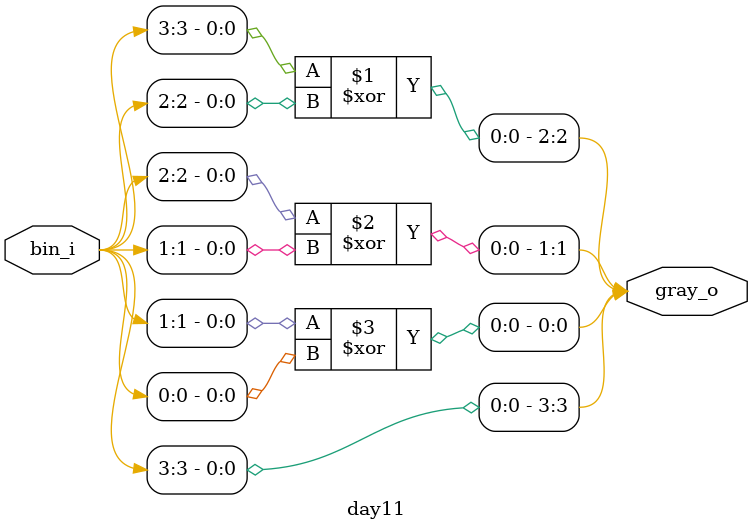
<source format=v>

module day11 #(
  	parameter WIDTH =4)
  (
    input wire [WIDTH -1 :0] bin_i,
    output wire [WIDTH -1:0] gray_o
  );
  
  genvar i;
  for(i= WIDTH-2; i>=0; i=i-1)
    assign gray_o[i] = bin_i[i+1] ^ bin_i[i];
  
  assign gray_o[WIDTH-1] = bin_i[WIDTH-1];
  
endmodule
</source>
